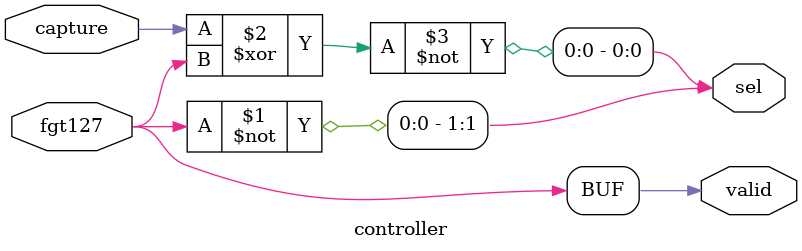
<source format=v>
module controller (
  input capture, fgt127,
  output [1:0] sel,
  output valid
);

  assign sel[1] = ~fgt127;
  assign sel[0] = ~( capture ^ fgt127 );
  assign valid = fgt127;

endmodule

</source>
